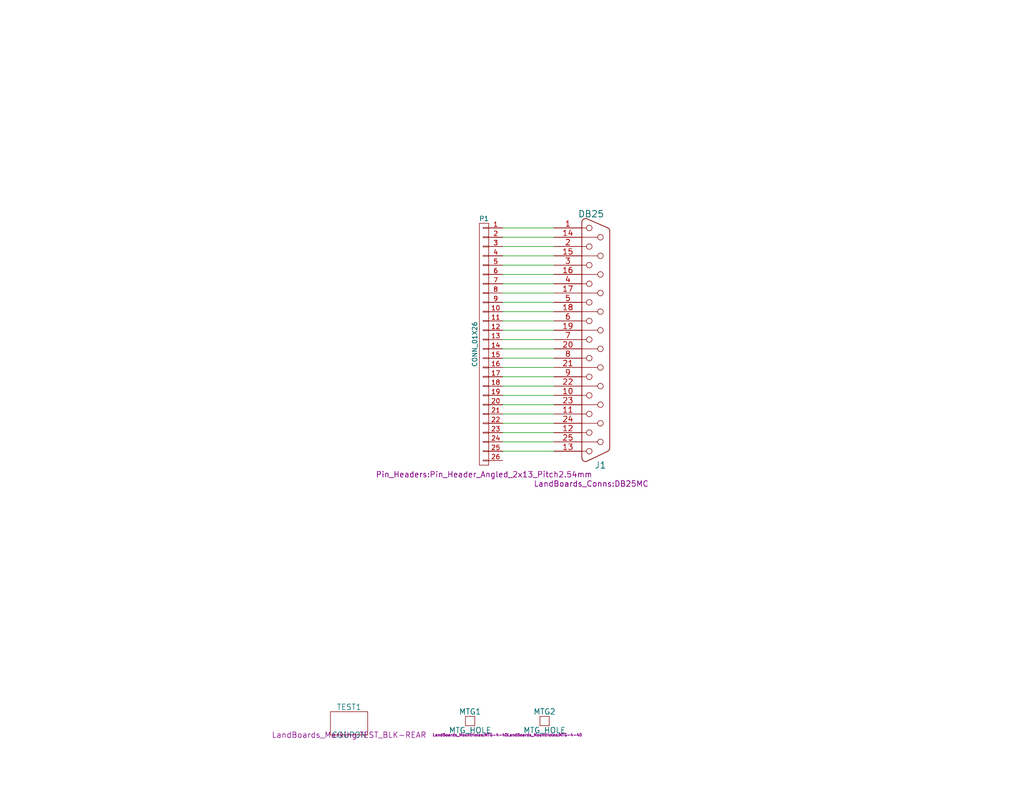
<source format=kicad_sch>
(kicad_sch (version 20211123) (generator eeschema)
  (paper "A")
  (title_block (title "DB25-02") (date "2022-06-20") (rev "X1") (company "land-boards.com"))
  (lib_symbols
    (symbol "DB25-02-rescue:CONN_01X26-DB25RIBBONADAPTER-rescue" (pin_names (offset 1.016) hide)
      (property "Reference" "P" (at 0 34.29 0))
      (property "Value" "CONN_01X26-DB25RIBBONADAPTER-rescue" (at 2.54 0 90))
      (symbol "CONN_01X26-DB25RIBBONADAPTER-rescue_0_1"
        (rectangle (start -1.27 -33.02) (end 1.27 33.02))
        (rectangle (start -1.27 -31.623) (end 0.254 -31.877))
        (rectangle (start -1.27 -29.083) (end 0.254 -29.337))
        (rectangle (start -1.27 -26.543) (end 0.254 -26.797))
        (rectangle (start -1.27 -24.003) (end 0.254 -24.257))
        (rectangle (start -1.27 -21.463) (end 0.254 -21.717))
        (rectangle (start -1.27 -18.923) (end 0.254 -19.177))
        (rectangle (start -1.27 -16.383) (end 0.254 -16.637))
        (rectangle (start -1.27 -13.843) (end 0.254 -14.097))
        (rectangle (start -1.27 -11.303) (end 0.254 -11.557))
        (rectangle (start -1.27 -8.763) (end 0.254 -9.017))
        (rectangle (start -1.27 -6.223) (end 0.254 -6.477))
        (rectangle (start -1.27 -3.683) (end 0.254 -3.937))
        (rectangle (start -1.27 -1.143) (end 0.254 -1.397))
        (rectangle (start -1.27 1.397) (end 0.254 1.143))
        (rectangle (start -1.27 3.937) (end 0.254 3.683))
        (rectangle (start -1.27 6.477) (end 0.254 6.223))
        (rectangle (start -1.27 9.017) (end 0.254 8.763))
        (rectangle (start -1.27 11.557) (end 0.254 11.303))
        (rectangle (start -1.27 14.097) (end 0.254 13.843))
        (rectangle (start -1.27 16.637) (end 0.254 16.383))
        (rectangle (start -1.27 19.177) (end 0.254 18.923))
        (rectangle (start -1.27 21.717) (end 0.254 21.463))
        (rectangle (start -1.27 24.257) (end 0.254 24.003))
        (rectangle (start -1.27 26.797) (end 0.254 26.543))
        (rectangle (start -1.27 29.337) (end 0.254 29.083))
        (rectangle (start -1.27 31.877) (end 0.254 31.623))
      )
      (symbol "CONN_01X26-DB25RIBBONADAPTER-rescue_1_1"
        (pin passive line (at -5.08 31.75 0) (length 3.81) (name "P1") (number "1"))
        (pin passive line (at -5.08 8.89 0) (length 3.81) (name "P10") (number "10"))
        (pin passive line (at -5.08 6.35 0) (length 3.81) (name "P11") (number "11"))
        (pin passive line (at -5.08 3.81 0) (length 3.81) (name "P12") (number "12"))
        (pin passive line (at -5.08 1.27 0) (length 3.81) (name "P13") (number "13"))
        (pin passive line (at -5.08 -1.27 0) (length 3.81) (name "P14") (number "14"))
        (pin passive line (at -5.08 -3.81 0) (length 3.81) (name "P15") (number "15"))
        (pin passive line (at -5.08 -6.35 0) (length 3.81) (name "P16") (number "16"))
        (pin passive line (at -5.08 -8.89 0) (length 3.81) (name "P17") (number "17"))
        (pin passive line (at -5.08 -11.43 0) (length 3.81) (name "P18") (number "18"))
        (pin passive line (at -5.08 -13.97 0) (length 3.81) (name "P19") (number "19"))
        (pin passive line (at -5.08 29.21 0) (length 3.81) (name "P2") (number "2"))
        (pin passive line (at -5.08 -16.51 0) (length 3.81) (name "P20") (number "20"))
        (pin passive line (at -5.08 -19.05 0) (length 3.81) (name "P21") (number "21"))
        (pin passive line (at -5.08 -21.59 0) (length 3.81) (name "P22") (number "22"))
        (pin passive line (at -5.08 -24.13 0) (length 3.81) (name "P23") (number "23"))
        (pin passive line (at -5.08 -26.67 0) (length 3.81) (name "P24") (number "24"))
        (pin passive line (at -5.08 -29.21 0) (length 3.81) (name "P25") (number "25"))
        (pin passive line (at -5.08 -31.75 0) (length 3.81) (name "P26") (number "26"))
        (pin passive line (at -5.08 26.67 0) (length 3.81) (name "P3") (number "3"))
        (pin passive line (at -5.08 24.13 0) (length 3.81) (name "P4") (number "4"))
        (pin passive line (at -5.08 21.59 0) (length 3.81) (name "P5") (number "5"))
        (pin passive line (at -5.08 19.05 0) (length 3.81) (name "P6") (number "6"))
        (pin passive line (at -5.08 16.51 0) (length 3.81) (name "P7") (number "7"))
        (pin passive line (at -5.08 13.97 0) (length 3.81) (name "P8") (number "8"))
        (pin passive line (at -5.08 11.43 0) (length 3.81) (name "P9") (number "9"))
      )
    )
    (symbol "DB25-02-rescue:COUPON-DB25RIBBONADAPTER-rescue" (pin_names (offset 1.016))
      (property "Reference" "COUP?" (at 0 0 0))
      (property "Value" "COUPON-DB25RIBBONADAPTER-rescue" (at 0 0 0))
      (symbol "COUPON-DB25RIBBONADAPTER-rescue_0_1"
        (rectangle (start -5.08 0) (end 5.08 6.35))
      )
    )
    (symbol "DB25-02-rescue:DB25-DB25RIBBONADAPTER-rescue" (pin_names (offset 1.016) hide)
      (property "Reference" "J" (at 1.27 34.29 0))
      (property "Value" "DB25-DB25RIBBONADAPTER-rescue" (at -1.27 -34.29 0))
      (symbol "DB25-DB25RIBBONADAPTER-rescue_0_1"
        (arc (start -3.81 -32.004) (mid -3.4129 -32.8094) (end -2.54 -33.02) (stroke (width 0.2032)))
        (arc (start -2.54 33.274) (mid -3.4191 33.0712) (end -3.81 32.258) (stroke (width 0.2032)))
        (circle (center -1.778 -30.48) (radius 0.762))
        (circle (center -1.778 -25.4) (radius 0.762))
        (circle (center -1.778 -20.32) (radius 0.762))
        (circle (center -1.778 -15.24) (radius 0.762))
        (circle (center -1.778 -10.16) (radius 0.762))
        (circle (center -1.778 -5.08) (radius 0.762))
        (circle (center -1.778 0) (radius 0.762))
        (circle (center -1.778 5.08) (radius 0.762))
        (circle (center -1.778 10.16) (radius 0.762))
        (circle (center -1.778 15.24) (radius 0.762))
        (circle (center -1.778 20.32) (radius 0.762))
        (circle (center -1.778 25.4) (radius 0.762))
        (circle (center -1.778 30.48) (radius 0.762))
        (polyline (pts (xy -3.81 -32.004) (xy -3.81 32.258)) (stroke (width 0.2032)))
        (polyline (pts (xy -3.81 -30.48) (xy -2.54 -30.48)))
        (polyline (pts (xy -3.81 -27.94) (xy 0.508 -27.94)))
        (polyline (pts (xy -3.81 -25.4) (xy -2.54 -25.4)))
        (polyline (pts (xy -3.81 -22.86) (xy 0.508 -22.86)))
        (polyline (pts (xy -3.81 -20.32) (xy -2.54 -20.32)))
        (polyline (pts (xy -3.81 -17.78) (xy 0.508 -17.78)))
        (polyline (pts (xy -3.81 -15.24) (xy -2.54 -15.24)))
        (polyline (pts (xy -3.81 -12.7) (xy 0.508 -12.7)))
        (polyline (pts (xy -3.81 -10.16) (xy -2.54 -10.16)))
        (polyline (pts (xy -3.81 -7.62) (xy 0.508 -7.62)))
        (polyline (pts (xy -3.81 -5.08) (xy -2.54 -5.08)))
        (polyline (pts (xy -3.81 -2.54) (xy 0.508 -2.54)))
        (polyline (pts (xy -3.81 0) (xy -2.54 0)))
        (polyline (pts (xy -3.81 2.54) (xy 0.508 2.54)))
        (polyline (pts (xy -3.81 5.08) (xy -2.54 5.08)))
        (polyline (pts (xy -3.81 7.62) (xy 0.508 7.62)))
        (polyline (pts (xy -3.81 10.16) (xy -2.54 10.16)))
        (polyline (pts (xy -3.81 12.7) (xy 0.508 12.7)))
        (polyline (pts (xy -3.81 15.24) (xy -2.54 15.24)))
        (polyline (pts (xy -3.81 17.78) (xy 0.508 17.78)))
        (polyline (pts (xy -3.81 20.32) (xy -2.54 20.32)))
        (polyline (pts (xy -3.81 22.86) (xy 0.508 22.86)))
        (polyline (pts (xy -3.81 25.4) (xy -2.54 25.4)))
        (polyline (pts (xy -3.81 27.94) (xy 0.508 27.94)))
        (polyline (pts (xy -3.81 30.48) (xy -2.54 30.48)))
        (polyline (pts (xy -2.54 -33.02) (xy 3.302 -30.48)) (stroke (width 0.2032)))
        (polyline (pts (xy 3.302 30.48) (xy -2.54 33.274)) (stroke (width 0.2032)))
        (polyline (pts (xy 3.81 -29.718) (xy 3.81 29.718)) (stroke (width 0.2032)))
        (circle (center 1.27 -27.94) (radius 0.762))
        (circle (center 1.27 -22.86) (radius 0.762))
        (circle (center 1.27 -17.78) (radius 0.762))
        (circle (center 1.27 -12.7) (radius 0.762))
        (circle (center 1.27 -7.62) (radius 0.762))
        (circle (center 1.27 -2.54) (radius 0.762))
        (circle (center 1.27 2.54) (radius 0.762))
        (circle (center 1.27 7.62) (radius 0.762))
        (circle (center 1.27 12.7) (radius 0.762))
        (circle (center 1.27 17.78) (radius 0.762))
        (circle (center 1.27 22.86) (radius 0.762))
        (circle (center 1.27 27.94) (radius 0.762))
        (arc (start 3.302 -30.48) (mid 3.6653 -30.1718) (end 3.81 -29.718) (stroke (width 0.2032)))
        (arc (start 3.7846 29.718) (mid 3.6544 30.1591) (end 3.302 30.4546) (stroke (width 0.2032)))
      )
      (symbol "DB25-DB25RIBBONADAPTER-rescue_1_1"
        (pin passive line (at -11.43 -30.48 0) (length 7.62) (name "1") (number "1"))
        (pin passive line (at -11.43 15.24 0) (length 7.62) (name "10") (number "10"))
        (pin passive line (at -11.43 20.32 0) (length 7.62) (name "11") (number "11"))
        (pin passive line (at -11.43 25.4 0) (length 7.62) (name "12") (number "12"))
        (pin passive line (at -11.43 30.48 0) (length 7.62) (name "13") (number "13"))
        (pin passive line (at -11.43 -27.94 0) (length 7.62) (name "P14") (number "14"))
        (pin passive line (at -11.43 -22.86 0) (length 7.62) (name "P15") (number "15"))
        (pin passive line (at -11.43 -17.78 0) (length 7.62) (name "P16") (number "16"))
        (pin passive line (at -11.43 -12.7 0) (length 7.62) (name "P17") (number "17"))
        (pin passive line (at -11.43 -7.62 0) (length 7.62) (name "P18") (number "18"))
        (pin passive line (at -11.43 -2.54 0) (length 7.62) (name "P19") (number "19"))
        (pin passive line (at -11.43 -25.4 0) (length 7.62) (name "2") (number "2"))
        (pin passive line (at -11.43 2.54 0) (length 7.62) (name "P20") (number "20"))
        (pin passive line (at -11.43 7.62 0) (length 7.62) (name "P21") (number "21"))
        (pin passive line (at -11.43 12.7 0) (length 7.62) (name "P22") (number "22"))
        (pin passive line (at -11.43 17.78 0) (length 7.62) (name "P23") (number "23"))
        (pin passive line (at -11.43 22.86 0) (length 7.62) (name "P24") (number "24"))
        (pin passive line (at -11.43 27.94 0) (length 7.62) (name "P25") (number "25"))
        (pin passive line (at -11.43 -20.32 0) (length 7.62) (name "3") (number "3"))
        (pin passive line (at -11.43 -15.24 0) (length 7.62) (name "4") (number "4"))
        (pin passive line (at -11.43 -10.16 0) (length 7.62) (name "5") (number "5"))
        (pin passive line (at -11.43 -5.08 0) (length 7.62) (name "6") (number "6"))
        (pin passive line (at -11.43 0 0) (length 7.62) (name "7") (number "7"))
        (pin passive line (at -11.43 5.08 0) (length 7.62) (name "8") (number "8"))
        (pin passive line (at -11.43 10.16 0) (length 7.62) (name "9") (number "9"))
      )
    )
    (symbol "DB25-02-rescue:MTG_HOLE-DB25RIBBONADAPTER-rescue" (pin_names (offset 1.016))
      (property "Reference" "MTG?" (at 0 2.54 0))
      (property "Value" "MTG_HOLE-DB25RIBBONADAPTER-rescue" (at 0 -2.54 0))
      (symbol "MTG_HOLE-DB25RIBBONADAPTER-rescue_0_1"
        (rectangle (start -1.27 -1.27) (end 1.27 -1.27))
        (rectangle (start -1.27 1.27) (end -1.27 -1.27))
        (rectangle (start 1.27 1.27) (end -1.27 1.27))
        (rectangle (start 1.27 1.27) (end 1.27 -1.27))
      )
    )
  )
  (wire (pts (xy 151.13 90.17) (xy 137.16 90.17)))
  (wire (pts (xy 151.13 100.33) (xy 137.16 100.33)))
  (wire (pts (xy 151.13 95.25) (xy 137.16 95.25)))
  (wire (pts (xy 151.13 85.09) (xy 137.16 85.09)))
  (wire (pts (xy 151.13 74.93) (xy 137.16 74.93)))
  (wire (pts (xy 151.13 62.23) (xy 137.16 62.23)))
  (wire (pts (xy 151.13 69.85) (xy 137.16 69.85)))
  (wire (pts (xy 151.13 102.87) (xy 137.16 102.87)))
  (wire (pts (xy 151.13 107.95) (xy 137.16 107.95)))
  (wire (pts (xy 151.13 120.65) (xy 137.16 120.65)))
  (wire (pts (xy 151.13 80.01) (xy 137.16 80.01)))
  (wire (pts (xy 151.13 123.19) (xy 137.16 123.19)))
  (wire (pts (xy 151.13 82.55) (xy 137.16 82.55)))
  (wire (pts (xy 151.13 64.77) (xy 137.16 64.77)))
  (wire (pts (xy 151.13 97.79) (xy 137.16 97.79)))
  (wire (pts (xy 151.13 110.49) (xy 137.16 110.49)))
  (wire (pts (xy 151.13 113.03) (xy 137.16 113.03)))
  (wire (pts (xy 151.13 105.41) (xy 137.16 105.41)))
  (wire (pts (xy 151.13 115.57) (xy 137.16 115.57)))
  (wire (pts (xy 151.13 87.63) (xy 137.16 87.63)))
  (wire (pts (xy 151.13 92.71) (xy 137.16 92.71)))
  (wire (pts (xy 151.13 67.31) (xy 137.16 67.31)))
  (wire (pts (xy 151.13 77.47) (xy 137.16 77.47)))
  (wire (pts (xy 151.13 72.39) (xy 137.16 72.39)))
  (wire (pts (xy 151.13 118.11) (xy 137.16 118.11)))
  (symbol (lib_id "DB25-02-rescue:MTG_HOLE-DB25RIBBONADAPTER-rescue") (at 148.59 196.85 0) (unit 1)
    (property "Reference" "MTG2" (at 148.59 194.31 0) (effects (font (size 1.524 1.524))))
    (property "Value" "MTG_HOLE" (at 148.59 199.39 0) (effects (font (size 1.524 1.524))))
    (property "Footprint" "LandBoards_MountHoles:MTG-4-40" (at 148.59 200.66 0) (effects (font (size 0.762 0.762))))
  )
  (symbol (lib_id "DB25-02-rescue:MTG_HOLE-DB25RIBBONADAPTER-rescue") (at 128.27 196.85 0) (unit 1)
    (property "Reference" "MTG1" (at 128.27 194.31 0) (effects (font (size 1.524 1.524))))
    (property "Value" "MTG_HOLE" (at 128.27 199.39 0) (effects (font (size 1.524 1.524))))
    (property "Footprint" "LandBoards_MountHoles:MTG-4-40" (at 128.27 200.66 0) (effects (font (size 0.762 0.762))))
  )
  (symbol (lib_id "DB25-02-rescue:COUPON-DB25RIBBONADAPTER-rescue") (at 95.25 200.66 0) (unit 1)
    (property "Reference" "TEST1" (at 95.25 193.04 0) (effects (font (size 1.524 1.524))))
    (property "Value" "COUPON" (at 95.25 200.66 0) (effects (font (size 1.524 1.524))))
    (property "Footprint" "LandBoards_Marking:TEST_BLK-REAR" (at 95.25 200.66 0) (effects (font (size 1.524 1.524))))
  )
  (symbol (lib_id "DB25-02-rescue:DB25-DB25RIBBONADAPTER-rescue") (at 162.56 92.71 0) (mirror x) (unit 1)
    (property "Reference" "J1" (at 163.83 127 0) (effects (font (size 1.778 1.778))))
    (property "Value" "DB25" (at 161.29 58.42 0) (effects (font (size 1.778 1.778))))
    (property "Footprint" "LandBoards_Conns:DB25MC" (at 161.29 132.08 0) (effects (font (size 1.524 1.524))))
  )
  (symbol (lib_id "DB25-02-rescue:CONN_01X26-DB25RIBBONADAPTER-rescue") (at 132.08 93.98 0) (mirror y) (unit 1)
    (property "Reference" "P1" (at 132.08 59.69 0))
    (property "Value" "CONN_01X26" (at 129.54 93.98 90))
    (property "Footprint" "Pin_Headers:Pin_Header_Angled_2x13_Pitch2.54mm" (at 132.08 129.54 0) (effects (font (size 1.524 1.524))))
  )
)
</source>
